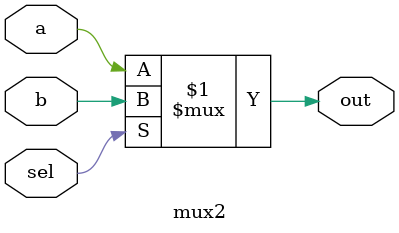
<source format=v>
module mux2 (
    input wire a,    // First input
    input wire b,    // Second input
    input wire sel,  // Select line
    output wire out    // Output
);

assign out = sel ? b : a;

endmodule

</source>
